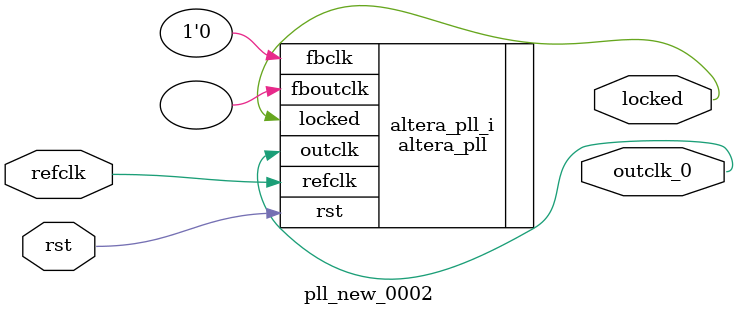
<source format=v>
`timescale 1ns/10ps
module  pll_new_0002(

	// interface 'refclk'
	input wire refclk,

	// interface 'reset'
	input wire rst,

	// interface 'outclk0'
	output wire outclk_0,

	// interface 'locked'
	output wire locked
);

	altera_pll #(
		.fractional_vco_multiplier("false"),
		.reference_clock_frequency("50.0 MHz"),
		.operation_mode("direct"),
		.number_of_clocks(1),
		.output_clock_frequency0("3.071993 MHz"),
		.phase_shift0("0 ps"),
		.duty_cycle0(50),
		.output_clock_frequency1("0 MHz"),
		.phase_shift1("0 ps"),
		.duty_cycle1(50),
		.output_clock_frequency2("0 MHz"),
		.phase_shift2("0 ps"),
		.duty_cycle2(50),
		.output_clock_frequency3("0 MHz"),
		.phase_shift3("0 ps"),
		.duty_cycle3(50),
		.output_clock_frequency4("0 MHz"),
		.phase_shift4("0 ps"),
		.duty_cycle4(50),
		.output_clock_frequency5("0 MHz"),
		.phase_shift5("0 ps"),
		.duty_cycle5(50),
		.output_clock_frequency6("0 MHz"),
		.phase_shift6("0 ps"),
		.duty_cycle6(50),
		.output_clock_frequency7("0 MHz"),
		.phase_shift7("0 ps"),
		.duty_cycle7(50),
		.output_clock_frequency8("0 MHz"),
		.phase_shift8("0 ps"),
		.duty_cycle8(50),
		.output_clock_frequency9("0 MHz"),
		.phase_shift9("0 ps"),
		.duty_cycle9(50),
		.output_clock_frequency10("0 MHz"),
		.phase_shift10("0 ps"),
		.duty_cycle10(50),
		.output_clock_frequency11("0 MHz"),
		.phase_shift11("0 ps"),
		.duty_cycle11(50),
		.output_clock_frequency12("0 MHz"),
		.phase_shift12("0 ps"),
		.duty_cycle12(50),
		.output_clock_frequency13("0 MHz"),
		.phase_shift13("0 ps"),
		.duty_cycle13(50),
		.output_clock_frequency14("0 MHz"),
		.phase_shift14("0 ps"),
		.duty_cycle14(50),
		.output_clock_frequency15("0 MHz"),
		.phase_shift15("0 ps"),
		.duty_cycle15(50),
		.output_clock_frequency16("0 MHz"),
		.phase_shift16("0 ps"),
		.duty_cycle16(50),
		.output_clock_frequency17("0 MHz"),
		.phase_shift17("0 ps"),
		.duty_cycle17(50),
		.pll_type("General"),
		.pll_subtype("General")
	) altera_pll_i (
		.rst	(rst),
		.outclk	({outclk_0}),
		.locked	(locked),
		.fboutclk	( ),
		.fbclk	(1'b0),
		.refclk	(refclk)
	);
endmodule


</source>
